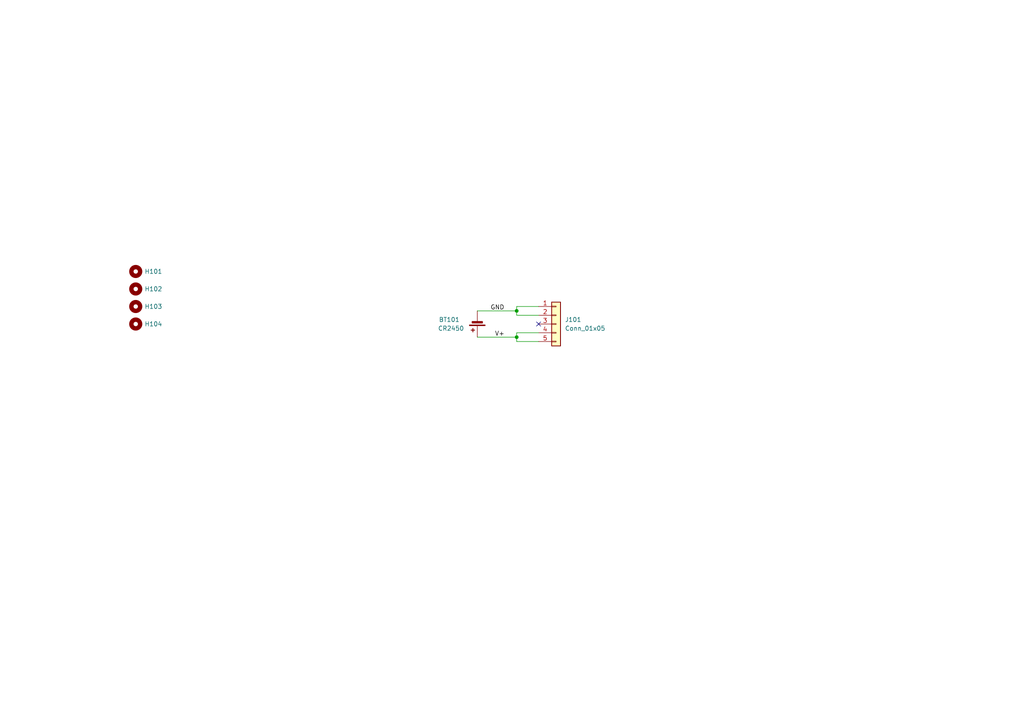
<source format=kicad_sch>
(kicad_sch (version 20230121) (generator eeschema)
  (paper "A4")
  (lib_symbols
    (symbol "Connector_Generic:Conn_01x05" (pin_names (offset 1.016) hide)
      (property "Reference" "J" (at 0 7.62 0))
      (property "Value" "Conn_01x05" (at 0 -7.62 0))
      (symbol "Conn_01x05_1_1"
        (rectangle (start -1.27 -4.953) (end 0 -5.207) (stroke (width 0.1524)))
        (rectangle (start -1.27 -2.413) (end 0 -2.667) (stroke (width 0.1524)))
        (rectangle (start -1.27 0.127) (end 0 -0.127) (stroke (width 0.1524)))
        (rectangle (start -1.27 2.667) (end 0 2.413) (stroke (width 0.1524)))
        (rectangle (start -1.27 5.207) (end 0 4.953) (stroke (width 0.1524)))
        (rectangle (start -1.27 6.35) (end 1.27 -6.35) (stroke (width 0.254)) (fill (type background)))
        (pin passive line (at -5.08 5.08 0) (length 3.81) (name "Pin_1") (number "1"))
        (pin passive line (at -5.08 2.54 0) (length 3.81) (name "Pin_2") (number "2"))
        (pin passive line (at -5.08 0 0) (length 3.81) (name "Pin_3") (number "3"))
        (pin passive line (at -5.08 -2.54 0) (length 3.81) (name "Pin_4") (number "4"))
        (pin passive line (at -5.08 -5.08 0) (length 3.81) (name "Pin_5") (number "5"))
      )
    )
    (symbol "Device:Battery_Cell" (pin_numbers hide) (pin_names (offset 0) hide)
      (property "Reference" "BT" (at 2.54 2.54 0))
      (property "Value" "Battery_Cell" (at 2.54 0 0))
      (symbol "Battery_Cell_0_1"
        (rectangle (start -2.286 1.778) (end 2.286 1.524) (fill (type outline)))
        (rectangle (start -1.524 1.016) (end 1.524 0.508) (fill (type outline)))
        (polyline (pts (xy 0 0.762) (xy 0 0)))
        (polyline (pts (xy 0 1.778) (xy 0 2.54)))
        (polyline (pts (xy 0.762 3.048) (xy 1.778 3.048)) (stroke (width 0.254)))
        (polyline (pts (xy 1.27 3.556) (xy 1.27 2.54)) (stroke (width 0.254)))
      )
      (symbol "Battery_Cell_1_1"
        (pin passive line (at 0 5.08 270) (length 2.54) (name "+") (number "1"))
        (pin passive line (at 0 -2.54 90) (length 2.54) (name "-") (number "2"))
      )
    )
    (symbol "Mechanical:MountingHole" (pin_names (offset 1.016))
      (property "Reference" "H" (at 0 5.08 0))
      (property "Value" "MountingHole" (at 0 3.175 0))
      (symbol "MountingHole_0_1"
        (circle (center 0 0) (radius 1.27) (stroke (width 1.27)))
      )
    )
  )
  (junction (at 149.86 90.17))
  (junction (at 149.86 97.79))
  (no_connect (at 156.21 93.98))
  (wire (pts (xy 149.86 88.9) (xy 156.21 88.9)))
  (wire (pts (xy 156.21 99.06) (xy 149.86 99.06)))
  (wire (pts (xy 149.86 91.44) (xy 149.86 90.17)))
  (wire (pts (xy 149.86 99.06) (xy 149.86 97.79)))
  (wire (pts (xy 149.86 90.17) (xy 149.86 88.9)))
  (wire (pts (xy 149.86 97.79) (xy 149.86 96.52)))
  (wire (pts (xy 149.86 96.52) (xy 156.21 96.52)))
  (wire (pts (xy 156.21 91.44) (xy 149.86 91.44)))
  (wire (pts (xy 138.43 97.79) (xy 149.86 97.79)))
  (wire (pts (xy 138.43 90.17) (xy 149.86 90.17)))
  (label "GND" (at 142.24 90.17 0))
  (label "V+" (at 143.51 97.79 0))
  (symbol (lib_id "Device:Battery_Cell") (at 138.43 92.71 180) (unit 1)
    (property "Reference" "BT101" (at 133.35 92.71 0) (effects (justify left)))
    (property "Value" "CR2450" (at 134.62 95.25 0) (effects (justify left)))
    (property "Footprint" "Battery_bdash:BU2450SM-JJ-GTR_MPD" (effects hide))
  )
  (symbol (lib_id "Mechanical:MountingHole") (at 39.37 88.9 0) (unit 1)
    (property "Reference" "H103" (at 41.91 88.9 0) (effects (justify left)))
    (property "Value" "MountingHole" (effects hide))
    (property "Footprint" "MountingHole:MountingHole_4.8mm_bdash" (effects hide))
  )
  (symbol (lib_id "Connector_Generic:Conn_01x05") (at 161.29 93.98 0) (unit 1)
    (property "Reference" "J101" (at 163.83 92.71 0) (effects (justify left)))
    (property "Value" "Conn_01x05" (at 163.83 95.25 0) (effects (justify left)))
    (property "Footprint" "Connector_Molex_bdash:Molex_SL_171971-0005_1x05_P2.54mm_Vertical" (effects hide))
  )
  (symbol (lib_id "Mechanical:MountingHole") (at 39.37 78.74 0) (unit 1)
    (property "Reference" "H101" (at 41.91 78.74 0) (effects (justify left)))
    (property "Value" "MountingHole" (effects hide))
    (property "Footprint" "MountingHole:MountingHole_4.8mm_bdash" (effects hide))
  )
  (symbol (lib_id "Mechanical:MountingHole") (at 39.37 93.98 0) (unit 1)
    (property "Reference" "H104" (at 41.91 93.98 0) (effects (justify left)))
    (property "Value" "MountingHole" (effects hide))
    (property "Footprint" "MountingHole:MountingHole_4.8mm_bdash" (effects hide))
  )
  (symbol (lib_id "Mechanical:MountingHole") (at 39.37 83.82 0) (unit 1)
    (property "Reference" "H102" (at 41.91 83.82 0) (effects (justify left)))
    (property "Value" "MountingHole" (effects hide))
    (property "Footprint" "MountingHole:MountingHole_4.8mm_bdash" (effects hide))
  )
)
</source>
